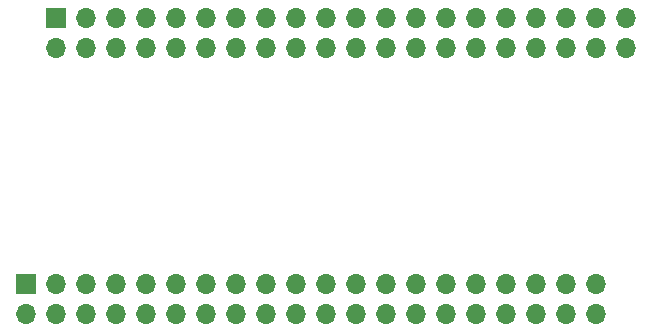
<source format=gbr>
%TF.GenerationSoftware,KiCad,Pcbnew,8.0.7-8.0.7-0~ubuntu22.04.1*%
%TF.CreationDate,2024-12-18T08:29:18+01:00*%
%TF.ProjectId,Mezzanine_v1,4d657a7a-616e-4696-9e65-5f76312e6b69,rev?*%
%TF.SameCoordinates,Original*%
%TF.FileFunction,Copper,L2,Bot*%
%TF.FilePolarity,Positive*%
%FSLAX46Y46*%
G04 Gerber Fmt 4.6, Leading zero omitted, Abs format (unit mm)*
G04 Created by KiCad (PCBNEW 8.0.7-8.0.7-0~ubuntu22.04.1) date 2024-12-18 08:29:18*
%MOMM*%
%LPD*%
G01*
G04 APERTURE LIST*
%TA.AperFunction,ComponentPad*%
%ADD10R,1.700000X1.700000*%
%TD*%
%TA.AperFunction,ComponentPad*%
%ADD11O,1.700000X1.700000*%
%TD*%
G04 APERTURE END LIST*
D10*
%TO.P,J1,1,Pin_1*%
%TO.N,+5V*%
X92367000Y-53000000D03*
D11*
%TO.P,J1,2,Pin_2*%
X92367000Y-55540000D03*
%TO.P,J1,3,Pin_3*%
%TO.N,/PHI1_e*%
X94907000Y-53000000D03*
%TO.P,J1,4,Pin_4*%
%TO.N,/PHI2_e*%
X94907000Y-55540000D03*
%TO.P,J1,5,Pin_5*%
%TO.N,/~{IORD}*%
X97447000Y-53000000D03*
%TO.P,J1,6,Pin_6*%
%TO.N,/R{slash}~{W}_e*%
X97447000Y-55540000D03*
%TO.P,J1,7,Pin_7*%
%TO.N,/~{MRD}*%
X99987000Y-53000000D03*
%TO.P,J1,8,Pin_8*%
%TO.N,/~{MWR}*%
X99987000Y-55540000D03*
%TO.P,J1,9,Pin_9*%
%TO.N,/~{IOWR}*%
X102527000Y-53000000D03*
%TO.P,J1,10,Pin_10*%
%TO.N,/DE0*%
X102527000Y-55540000D03*
%TO.P,J1,11,Pin_11*%
%TO.N,/DE1*%
X105067000Y-53000000D03*
%TO.P,J1,12,Pin_12*%
%TO.N,/DE2*%
X105067000Y-55540000D03*
%TO.P,J1,13,Pin_13*%
%TO.N,/DE3*%
X107607000Y-53000000D03*
%TO.P,J1,14,Pin_14*%
%TO.N,/DE4*%
X107607000Y-55540000D03*
%TO.P,J1,15,Pin_15*%
%TO.N,/DE5*%
X110147000Y-53000000D03*
%TO.P,J1,16,Pin_16*%
%TO.N,/DE6*%
X110147000Y-55540000D03*
%TO.P,J1,17,Pin_17*%
%TO.N,/DE7*%
X112687000Y-53000000D03*
%TO.P,J1,18,Pin_18*%
%TO.N,/~{RST}*%
X112687000Y-55540000D03*
%TO.P,J1,19,Pin_19*%
%TO.N,/EA0*%
X115227000Y-53000000D03*
%TO.P,J1,20,Pin_20*%
%TO.N,/EA1*%
X115227000Y-55540000D03*
%TO.P,J1,21,Pin_21*%
%TO.N,/EA2*%
X117767000Y-53000000D03*
%TO.P,J1,22,Pin_22*%
%TO.N,/EA3*%
X117767000Y-55540000D03*
%TO.P,J1,23,Pin_23*%
%TO.N,/EA4*%
X120307000Y-53000000D03*
%TO.P,J1,24,Pin_24*%
%TO.N,/EA5*%
X120307000Y-55540000D03*
%TO.P,J1,25,Pin_25*%
%TO.N,/EA6*%
X122847000Y-53000000D03*
%TO.P,J1,26,Pin_26*%
%TO.N,/EA7*%
X122847000Y-55540000D03*
%TO.P,J1,27,Pin_27*%
%TO.N,/EA8*%
X125387000Y-53000000D03*
%TO.P,J1,28,Pin_28*%
%TO.N,/EA9*%
X125387000Y-55540000D03*
%TO.P,J1,29,Pin_29*%
%TO.N,/EA10*%
X127927000Y-53000000D03*
%TO.P,J1,30,Pin_30*%
%TO.N,/EA11*%
X127927000Y-55540000D03*
%TO.P,J1,31,Pin_31*%
%TO.N,/EA12*%
X130467000Y-53000000D03*
%TO.P,J1,32,Pin_32*%
%TO.N,/EA13*%
X130467000Y-55540000D03*
%TO.P,J1,33,Pin_33*%
%TO.N,/EA14*%
X133007000Y-53000000D03*
%TO.P,J1,34,Pin_34*%
%TO.N,/EA15*%
X133007000Y-55540000D03*
%TO.P,J1,35,Pin_35*%
%TO.N,/EA16*%
X135547000Y-53000000D03*
%TO.P,J1,36,Pin_36*%
%TO.N,/EA17*%
X135547000Y-55540000D03*
%TO.P,J1,37,Pin_37*%
%TO.N,/EA18*%
X138087000Y-53000000D03*
%TO.P,J1,38,Pin_38*%
%TO.N,/EA19*%
X138087000Y-55540000D03*
%TO.P,J1,39,Pin_39*%
%TO.N,GND*%
X140627000Y-53000000D03*
%TO.P,J1,40,Pin_40*%
X140627000Y-55540000D03*
%TD*%
%TO.P,J3,40,Pin_40*%
%TO.N,GND*%
X138087000Y-78050000D03*
%TO.P,J3,39,Pin_39*%
X138087000Y-75510000D03*
%TO.P,J3,38,Pin_38*%
%TO.N,/EA19*%
X135547000Y-78050000D03*
%TO.P,J3,37,Pin_37*%
%TO.N,/EA18*%
X135547000Y-75510000D03*
%TO.P,J3,36,Pin_36*%
%TO.N,/EA17*%
X133007000Y-78050000D03*
%TO.P,J3,35,Pin_35*%
%TO.N,/EA16*%
X133007000Y-75510000D03*
%TO.P,J3,34,Pin_34*%
%TO.N,/EA15*%
X130467000Y-78050000D03*
%TO.P,J3,33,Pin_33*%
%TO.N,/EA14*%
X130467000Y-75510000D03*
%TO.P,J3,32,Pin_32*%
%TO.N,/EA13*%
X127927000Y-78050000D03*
%TO.P,J3,31,Pin_31*%
%TO.N,/EA12*%
X127927000Y-75510000D03*
%TO.P,J3,30,Pin_30*%
%TO.N,/EA11*%
X125387000Y-78050000D03*
%TO.P,J3,29,Pin_29*%
%TO.N,/EA10*%
X125387000Y-75510000D03*
%TO.P,J3,28,Pin_28*%
%TO.N,/EA9*%
X122847000Y-78050000D03*
%TO.P,J3,27,Pin_27*%
%TO.N,/EA8*%
X122847000Y-75510000D03*
%TO.P,J3,26,Pin_26*%
%TO.N,/EA7*%
X120307000Y-78050000D03*
%TO.P,J3,25,Pin_25*%
%TO.N,/EA6*%
X120307000Y-75510000D03*
%TO.P,J3,24,Pin_24*%
%TO.N,/EA5*%
X117767000Y-78050000D03*
%TO.P,J3,23,Pin_23*%
%TO.N,/EA4*%
X117767000Y-75510000D03*
%TO.P,J3,22,Pin_22*%
%TO.N,/EA3*%
X115227000Y-78050000D03*
%TO.P,J3,21,Pin_21*%
%TO.N,/EA2*%
X115227000Y-75510000D03*
%TO.P,J3,20,Pin_20*%
%TO.N,/EA1*%
X112687000Y-78050000D03*
%TO.P,J3,19,Pin_19*%
%TO.N,/EA0*%
X112687000Y-75510000D03*
%TO.P,J3,18,Pin_18*%
%TO.N,/~{RST}*%
X110147000Y-78050000D03*
%TO.P,J3,17,Pin_17*%
%TO.N,/DE7*%
X110147000Y-75510000D03*
%TO.P,J3,16,Pin_16*%
%TO.N,/DE6*%
X107607000Y-78050000D03*
%TO.P,J3,15,Pin_15*%
%TO.N,/DE5*%
X107607000Y-75510000D03*
%TO.P,J3,14,Pin_14*%
%TO.N,/DE4*%
X105067000Y-78050000D03*
%TO.P,J3,13,Pin_13*%
%TO.N,/DE3*%
X105067000Y-75510000D03*
%TO.P,J3,12,Pin_12*%
%TO.N,/DE2*%
X102527000Y-78050000D03*
%TO.P,J3,11,Pin_11*%
%TO.N,/DE1*%
X102527000Y-75510000D03*
%TO.P,J3,10,Pin_10*%
%TO.N,/DE0*%
X99987000Y-78050000D03*
%TO.P,J3,9,Pin_9*%
%TO.N,/~{IOWR}*%
X99987000Y-75510000D03*
%TO.P,J3,8,Pin_8*%
%TO.N,/~{MWR}*%
X97447000Y-78050000D03*
%TO.P,J3,7,Pin_7*%
%TO.N,/~{MRD}*%
X97447000Y-75510000D03*
%TO.P,J3,6,Pin_6*%
%TO.N,/R{slash}~{W}_e*%
X94907000Y-78050000D03*
%TO.P,J3,5,Pin_5*%
%TO.N,/~{IORD}*%
X94907000Y-75510000D03*
%TO.P,J3,4,Pin_4*%
%TO.N,/PHI2_e*%
X92367000Y-78050000D03*
%TO.P,J3,3,Pin_3*%
%TO.N,/PHI1_e*%
X92367000Y-75510000D03*
%TO.P,J3,2,Pin_2*%
%TO.N,+5V*%
X89827000Y-78050000D03*
D10*
%TO.P,J3,1,Pin_1*%
X89827000Y-75510000D03*
%TD*%
M02*

</source>
